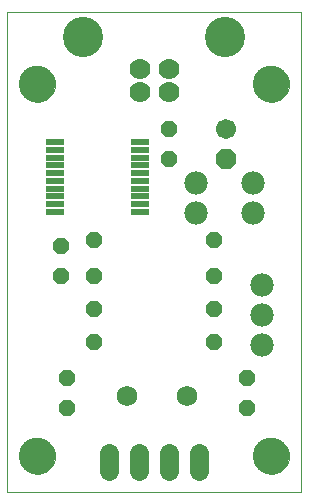
<source format=gts>
G75*
%MOIN*%
%OFA0B0*%
%FSLAX24Y24*%
%IPPOS*%
%LPD*%
%AMOC8*
5,1,8,0,0,1.08239X$1,22.5*
%
%ADD10C,0.0000*%
%ADD11C,0.1221*%
%ADD12R,0.0631X0.0197*%
%ADD13C,0.0690*%
%ADD14OC8,0.0560*%
%ADD15C,0.0780*%
%ADD16OC8,0.0670*%
%ADD17C,0.0670*%
%ADD18C,0.0640*%
%ADD19C,0.0700*%
%ADD20C,0.1340*%
D10*
X000280Y000280D02*
X000280Y016280D01*
X010080Y016280D01*
X010080Y000280D01*
X000280Y000280D01*
X000689Y001480D02*
X000691Y001528D01*
X000697Y001576D01*
X000707Y001623D01*
X000720Y001669D01*
X000738Y001714D01*
X000758Y001758D01*
X000783Y001800D01*
X000811Y001839D01*
X000841Y001876D01*
X000875Y001910D01*
X000912Y001942D01*
X000950Y001971D01*
X000991Y001996D01*
X001034Y002018D01*
X001079Y002036D01*
X001125Y002050D01*
X001172Y002061D01*
X001220Y002068D01*
X001268Y002071D01*
X001316Y002070D01*
X001364Y002065D01*
X001412Y002056D01*
X001458Y002044D01*
X001503Y002027D01*
X001547Y002007D01*
X001589Y001984D01*
X001629Y001957D01*
X001667Y001927D01*
X001702Y001894D01*
X001734Y001858D01*
X001764Y001820D01*
X001790Y001779D01*
X001812Y001736D01*
X001832Y001692D01*
X001847Y001647D01*
X001859Y001600D01*
X001867Y001552D01*
X001871Y001504D01*
X001871Y001456D01*
X001867Y001408D01*
X001859Y001360D01*
X001847Y001313D01*
X001832Y001268D01*
X001812Y001224D01*
X001790Y001181D01*
X001764Y001140D01*
X001734Y001102D01*
X001702Y001066D01*
X001667Y001033D01*
X001629Y001003D01*
X001589Y000976D01*
X001547Y000953D01*
X001503Y000933D01*
X001458Y000916D01*
X001412Y000904D01*
X001364Y000895D01*
X001316Y000890D01*
X001268Y000889D01*
X001220Y000892D01*
X001172Y000899D01*
X001125Y000910D01*
X001079Y000924D01*
X001034Y000942D01*
X000991Y000964D01*
X000950Y000989D01*
X000912Y001018D01*
X000875Y001050D01*
X000841Y001084D01*
X000811Y001121D01*
X000783Y001160D01*
X000758Y001202D01*
X000738Y001246D01*
X000720Y001291D01*
X000707Y001337D01*
X000697Y001384D01*
X000691Y001432D01*
X000689Y001480D01*
X000689Y013880D02*
X000691Y013928D01*
X000697Y013976D01*
X000707Y014023D01*
X000720Y014069D01*
X000738Y014114D01*
X000758Y014158D01*
X000783Y014200D01*
X000811Y014239D01*
X000841Y014276D01*
X000875Y014310D01*
X000912Y014342D01*
X000950Y014371D01*
X000991Y014396D01*
X001034Y014418D01*
X001079Y014436D01*
X001125Y014450D01*
X001172Y014461D01*
X001220Y014468D01*
X001268Y014471D01*
X001316Y014470D01*
X001364Y014465D01*
X001412Y014456D01*
X001458Y014444D01*
X001503Y014427D01*
X001547Y014407D01*
X001589Y014384D01*
X001629Y014357D01*
X001667Y014327D01*
X001702Y014294D01*
X001734Y014258D01*
X001764Y014220D01*
X001790Y014179D01*
X001812Y014136D01*
X001832Y014092D01*
X001847Y014047D01*
X001859Y014000D01*
X001867Y013952D01*
X001871Y013904D01*
X001871Y013856D01*
X001867Y013808D01*
X001859Y013760D01*
X001847Y013713D01*
X001832Y013668D01*
X001812Y013624D01*
X001790Y013581D01*
X001764Y013540D01*
X001734Y013502D01*
X001702Y013466D01*
X001667Y013433D01*
X001629Y013403D01*
X001589Y013376D01*
X001547Y013353D01*
X001503Y013333D01*
X001458Y013316D01*
X001412Y013304D01*
X001364Y013295D01*
X001316Y013290D01*
X001268Y013289D01*
X001220Y013292D01*
X001172Y013299D01*
X001125Y013310D01*
X001079Y013324D01*
X001034Y013342D01*
X000991Y013364D01*
X000950Y013389D01*
X000912Y013418D01*
X000875Y013450D01*
X000841Y013484D01*
X000811Y013521D01*
X000783Y013560D01*
X000758Y013602D01*
X000738Y013646D01*
X000720Y013691D01*
X000707Y013737D01*
X000697Y013784D01*
X000691Y013832D01*
X000689Y013880D01*
X008489Y013880D02*
X008491Y013928D01*
X008497Y013976D01*
X008507Y014023D01*
X008520Y014069D01*
X008538Y014114D01*
X008558Y014158D01*
X008583Y014200D01*
X008611Y014239D01*
X008641Y014276D01*
X008675Y014310D01*
X008712Y014342D01*
X008750Y014371D01*
X008791Y014396D01*
X008834Y014418D01*
X008879Y014436D01*
X008925Y014450D01*
X008972Y014461D01*
X009020Y014468D01*
X009068Y014471D01*
X009116Y014470D01*
X009164Y014465D01*
X009212Y014456D01*
X009258Y014444D01*
X009303Y014427D01*
X009347Y014407D01*
X009389Y014384D01*
X009429Y014357D01*
X009467Y014327D01*
X009502Y014294D01*
X009534Y014258D01*
X009564Y014220D01*
X009590Y014179D01*
X009612Y014136D01*
X009632Y014092D01*
X009647Y014047D01*
X009659Y014000D01*
X009667Y013952D01*
X009671Y013904D01*
X009671Y013856D01*
X009667Y013808D01*
X009659Y013760D01*
X009647Y013713D01*
X009632Y013668D01*
X009612Y013624D01*
X009590Y013581D01*
X009564Y013540D01*
X009534Y013502D01*
X009502Y013466D01*
X009467Y013433D01*
X009429Y013403D01*
X009389Y013376D01*
X009347Y013353D01*
X009303Y013333D01*
X009258Y013316D01*
X009212Y013304D01*
X009164Y013295D01*
X009116Y013290D01*
X009068Y013289D01*
X009020Y013292D01*
X008972Y013299D01*
X008925Y013310D01*
X008879Y013324D01*
X008834Y013342D01*
X008791Y013364D01*
X008750Y013389D01*
X008712Y013418D01*
X008675Y013450D01*
X008641Y013484D01*
X008611Y013521D01*
X008583Y013560D01*
X008558Y013602D01*
X008538Y013646D01*
X008520Y013691D01*
X008507Y013737D01*
X008497Y013784D01*
X008491Y013832D01*
X008489Y013880D01*
X008489Y001480D02*
X008491Y001528D01*
X008497Y001576D01*
X008507Y001623D01*
X008520Y001669D01*
X008538Y001714D01*
X008558Y001758D01*
X008583Y001800D01*
X008611Y001839D01*
X008641Y001876D01*
X008675Y001910D01*
X008712Y001942D01*
X008750Y001971D01*
X008791Y001996D01*
X008834Y002018D01*
X008879Y002036D01*
X008925Y002050D01*
X008972Y002061D01*
X009020Y002068D01*
X009068Y002071D01*
X009116Y002070D01*
X009164Y002065D01*
X009212Y002056D01*
X009258Y002044D01*
X009303Y002027D01*
X009347Y002007D01*
X009389Y001984D01*
X009429Y001957D01*
X009467Y001927D01*
X009502Y001894D01*
X009534Y001858D01*
X009564Y001820D01*
X009590Y001779D01*
X009612Y001736D01*
X009632Y001692D01*
X009647Y001647D01*
X009659Y001600D01*
X009667Y001552D01*
X009671Y001504D01*
X009671Y001456D01*
X009667Y001408D01*
X009659Y001360D01*
X009647Y001313D01*
X009632Y001268D01*
X009612Y001224D01*
X009590Y001181D01*
X009564Y001140D01*
X009534Y001102D01*
X009502Y001066D01*
X009467Y001033D01*
X009429Y001003D01*
X009389Y000976D01*
X009347Y000953D01*
X009303Y000933D01*
X009258Y000916D01*
X009212Y000904D01*
X009164Y000895D01*
X009116Y000890D01*
X009068Y000889D01*
X009020Y000892D01*
X008972Y000899D01*
X008925Y000910D01*
X008879Y000924D01*
X008834Y000942D01*
X008791Y000964D01*
X008750Y000989D01*
X008712Y001018D01*
X008675Y001050D01*
X008641Y001084D01*
X008611Y001121D01*
X008583Y001160D01*
X008558Y001202D01*
X008538Y001246D01*
X008520Y001291D01*
X008507Y001337D01*
X008497Y001384D01*
X008491Y001432D01*
X008489Y001480D01*
D11*
X009080Y001480D03*
X009080Y013880D03*
X001280Y013880D03*
X001280Y001480D03*
D12*
X001853Y009628D03*
X001853Y009884D03*
X001853Y010140D03*
X001853Y010396D03*
X001853Y010652D03*
X001853Y010908D03*
X001853Y011164D03*
X001853Y011420D03*
X001853Y011676D03*
X001853Y011932D03*
X004707Y011932D03*
X004707Y011676D03*
X004707Y011420D03*
X004707Y011164D03*
X004707Y010908D03*
X004707Y010652D03*
X004707Y010396D03*
X004707Y010140D03*
X004707Y009884D03*
X004707Y009628D03*
D13*
X004280Y003480D03*
X006280Y003480D03*
D14*
X007180Y005280D03*
X007180Y006380D03*
X007180Y007480D03*
X007180Y008680D03*
X005680Y011380D03*
X005680Y012380D03*
X003180Y008680D03*
X003180Y007480D03*
X003180Y006380D03*
X003180Y005280D03*
X002280Y004080D03*
X002280Y003080D03*
X002080Y007480D03*
X002080Y008480D03*
X008280Y004080D03*
X008280Y003080D03*
D15*
X008780Y005180D03*
X008780Y006180D03*
X008780Y007180D03*
X008480Y009580D03*
X008480Y010580D03*
X006580Y010580D03*
X006580Y009580D03*
D16*
X007580Y011380D03*
D17*
X007580Y012380D03*
D18*
X006680Y001580D02*
X006680Y000980D01*
X005680Y000980D02*
X005680Y001580D01*
X004680Y001580D02*
X004680Y000980D01*
X003680Y000980D02*
X003680Y001580D01*
D19*
X004688Y013600D03*
X004688Y014380D03*
X005672Y014380D03*
X005672Y013600D03*
D20*
X007550Y015450D03*
X002810Y015450D03*
M02*

</source>
